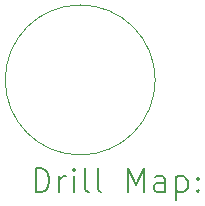
<source format=gbr>
%TF.GenerationSoftware,KiCad,Pcbnew,9.0.0*%
%TF.CreationDate,2025-03-07T15:22:27-06:00*%
%TF.ProjectId,robo-roach-v1.0,726f626f-2d72-46f6-9163-682d76312e30,rev?*%
%TF.SameCoordinates,Original*%
%TF.FileFunction,Drillmap*%
%TF.FilePolarity,Positive*%
%FSLAX45Y45*%
G04 Gerber Fmt 4.5, Leading zero omitted, Abs format (unit mm)*
G04 Created by KiCad (PCBNEW 9.0.0) date 2025-03-07 15:22:27*
%MOMM*%
%LPD*%
G01*
G04 APERTURE LIST*
%ADD10C,0.050000*%
%ADD11C,0.200000*%
G04 APERTURE END LIST*
D10*
X14287000Y-6858000D02*
G75*
G02*
X13017000Y-6858000I-635000J0D01*
G01*
X13017000Y-6858000D02*
G75*
G02*
X14287000Y-6858000I635000J0D01*
G01*
D11*
X13275277Y-7806984D02*
X13275277Y-7606984D01*
X13275277Y-7606984D02*
X13322896Y-7606984D01*
X13322896Y-7606984D02*
X13351467Y-7616508D01*
X13351467Y-7616508D02*
X13370515Y-7635555D01*
X13370515Y-7635555D02*
X13380039Y-7654603D01*
X13380039Y-7654603D02*
X13389562Y-7692698D01*
X13389562Y-7692698D02*
X13389562Y-7721269D01*
X13389562Y-7721269D02*
X13380039Y-7759365D01*
X13380039Y-7759365D02*
X13370515Y-7778412D01*
X13370515Y-7778412D02*
X13351467Y-7797460D01*
X13351467Y-7797460D02*
X13322896Y-7806984D01*
X13322896Y-7806984D02*
X13275277Y-7806984D01*
X13475277Y-7806984D02*
X13475277Y-7673650D01*
X13475277Y-7711746D02*
X13484801Y-7692698D01*
X13484801Y-7692698D02*
X13494324Y-7683174D01*
X13494324Y-7683174D02*
X13513372Y-7673650D01*
X13513372Y-7673650D02*
X13532420Y-7673650D01*
X13599086Y-7806984D02*
X13599086Y-7673650D01*
X13599086Y-7606984D02*
X13589562Y-7616508D01*
X13589562Y-7616508D02*
X13599086Y-7626031D01*
X13599086Y-7626031D02*
X13608610Y-7616508D01*
X13608610Y-7616508D02*
X13599086Y-7606984D01*
X13599086Y-7606984D02*
X13599086Y-7626031D01*
X13722896Y-7806984D02*
X13703848Y-7797460D01*
X13703848Y-7797460D02*
X13694324Y-7778412D01*
X13694324Y-7778412D02*
X13694324Y-7606984D01*
X13827658Y-7806984D02*
X13808610Y-7797460D01*
X13808610Y-7797460D02*
X13799086Y-7778412D01*
X13799086Y-7778412D02*
X13799086Y-7606984D01*
X14056229Y-7806984D02*
X14056229Y-7606984D01*
X14056229Y-7606984D02*
X14122896Y-7749841D01*
X14122896Y-7749841D02*
X14189562Y-7606984D01*
X14189562Y-7606984D02*
X14189562Y-7806984D01*
X14370515Y-7806984D02*
X14370515Y-7702222D01*
X14370515Y-7702222D02*
X14360991Y-7683174D01*
X14360991Y-7683174D02*
X14341943Y-7673650D01*
X14341943Y-7673650D02*
X14303848Y-7673650D01*
X14303848Y-7673650D02*
X14284801Y-7683174D01*
X14370515Y-7797460D02*
X14351467Y-7806984D01*
X14351467Y-7806984D02*
X14303848Y-7806984D01*
X14303848Y-7806984D02*
X14284801Y-7797460D01*
X14284801Y-7797460D02*
X14275277Y-7778412D01*
X14275277Y-7778412D02*
X14275277Y-7759365D01*
X14275277Y-7759365D02*
X14284801Y-7740317D01*
X14284801Y-7740317D02*
X14303848Y-7730793D01*
X14303848Y-7730793D02*
X14351467Y-7730793D01*
X14351467Y-7730793D02*
X14370515Y-7721269D01*
X14465753Y-7673650D02*
X14465753Y-7873650D01*
X14465753Y-7683174D02*
X14484801Y-7673650D01*
X14484801Y-7673650D02*
X14522896Y-7673650D01*
X14522896Y-7673650D02*
X14541943Y-7683174D01*
X14541943Y-7683174D02*
X14551467Y-7692698D01*
X14551467Y-7692698D02*
X14560991Y-7711746D01*
X14560991Y-7711746D02*
X14560991Y-7768888D01*
X14560991Y-7768888D02*
X14551467Y-7787936D01*
X14551467Y-7787936D02*
X14541943Y-7797460D01*
X14541943Y-7797460D02*
X14522896Y-7806984D01*
X14522896Y-7806984D02*
X14484801Y-7806984D01*
X14484801Y-7806984D02*
X14465753Y-7797460D01*
X14646705Y-7787936D02*
X14656229Y-7797460D01*
X14656229Y-7797460D02*
X14646705Y-7806984D01*
X14646705Y-7806984D02*
X14637182Y-7797460D01*
X14637182Y-7797460D02*
X14646705Y-7787936D01*
X14646705Y-7787936D02*
X14646705Y-7806984D01*
X14646705Y-7683174D02*
X14656229Y-7692698D01*
X14656229Y-7692698D02*
X14646705Y-7702222D01*
X14646705Y-7702222D02*
X14637182Y-7692698D01*
X14637182Y-7692698D02*
X14646705Y-7683174D01*
X14646705Y-7683174D02*
X14646705Y-7702222D01*
M02*

</source>
